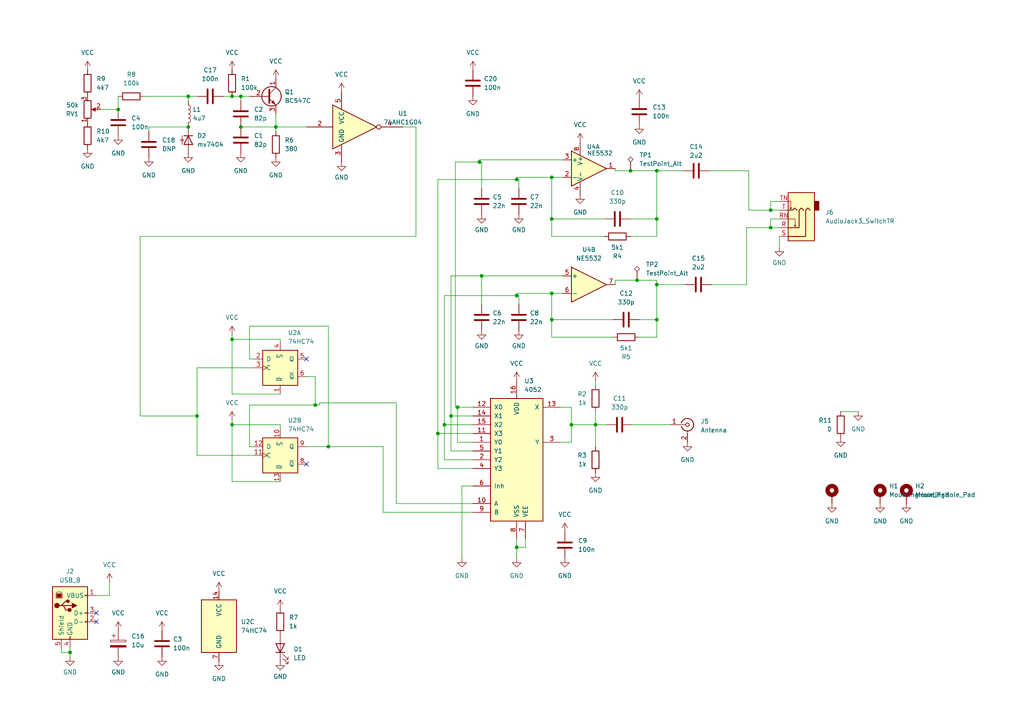
<source format=kicad_sch>
(kicad_sch (version 20230121) (generator eeschema)
  (paper "A4")
  (lib_symbols
    (symbol "4xxx:4052" (pin_names (offset 1.016))
      (property "Reference" "U" (at -7.62 19.05 0))
      (property "Value" "4052" (at -7.62 -19.05 0))
      (symbol "4052_1_0"
        (pin passive line (at -12.7 5.08 0) (length 5.08) (name "Y0") (number "1"))
        (pin input line (at -12.7 -12.7 0) (length 5.08) (name "A") (number "10"))
        (pin passive line (at -12.7 7.62 0) (length 5.08) (name "X3") (number "11"))
        (pin passive line (at -12.7 15.24 0) (length 5.08) (name "X0") (number "12"))
        (pin passive line (at 12.7 15.24 180) (length 5.08) (name "X") (number "13"))
        (pin passive line (at -12.7 12.7 0) (length 5.08) (name "X1") (number "14"))
        (pin passive line (at -12.7 10.16 0) (length 5.08) (name "X2") (number "15"))
        (pin power_in line (at 0 22.86 270) (length 5.08) (name "VDD") (number "16"))
        (pin passive line (at -12.7 0 0) (length 5.08) (name "Y2") (number "2"))
        (pin passive line (at 12.7 5.08 180) (length 5.08) (name "Y") (number "3"))
        (pin passive line (at -12.7 -2.54 0) (length 5.08) (name "Y3") (number "4"))
        (pin passive line (at -12.7 2.54 0) (length 5.08) (name "Y1") (number "5"))
        (pin input line (at -12.7 -7.62 0) (length 5.08) (name "Inh") (number "6"))
        (pin power_in line (at 2.54 -22.86 90) (length 5.08) (name "VEE") (number "7"))
        (pin power_in line (at 0 -22.86 90) (length 5.08) (name "VSS") (number "8"))
        (pin input line (at -12.7 -15.24 0) (length 5.08) (name "B") (number "9"))
      )
      (symbol "4052_1_1"
        (rectangle (start -7.62 17.78) (end 7.62 -17.78) (stroke (width 0.254)) (fill (type background)))
      )
    )
    (symbol "74xGxx:74AHC1G04"
      (property "Reference" "U" (at -2.54 3.81 0))
      (property "Value" "74AHC1G04" (at 0 -3.81 0))
      (symbol "74AHC1G04_0_1"
        (polyline (pts (xy -7.62 6.35) (xy -7.62 -6.35) (xy 5.08 0) (xy -7.62 6.35)) (stroke (width 0.254)) (fill (type background)))
      )
      (symbol "74AHC1G04_1_1"
        (pin input line (at -15.24 0 0) (length 7.62) (name "~") (number "2"))
        (pin power_in line (at -5.08 -10.16 90) (length 5.08) (name "GND") (number "3"))
        (pin output inverted (at 12.7 0 180) (length 7.62) (name "~") (number "4"))
        (pin power_in line (at -5.08 10.16 270) (length 5.08) (name "VCC") (number "5"))
      )
    )
    (symbol "74xx:74HC74" (pin_names (offset 1.016))
      (property "Reference" "U" (at -7.62 8.89 0))
      (property "Value" "74HC74" (at -7.62 -8.89 0))
      (symbol "74HC74_1_0"
        (pin input line (at 0 -7.62 90) (length 2.54) (name "~{R}") (number "1"))
        (pin input line (at -7.62 2.54 0) (length 2.54) (name "D") (number "2"))
        (pin input clock (at -7.62 0 0) (length 2.54) (name "C") (number "3"))
        (pin input line (at 0 7.62 270) (length 2.54) (name "~{S}") (number "4"))
        (pin output line (at 7.62 2.54 180) (length 2.54) (name "Q") (number "5"))
        (pin output line (at 7.62 -2.54 180) (length 2.54) (name "~{Q}") (number "6"))
      )
      (symbol "74HC74_1_1"
        (rectangle (start -5.08 5.08) (end 5.08 -5.08) (stroke (width 0.254)) (fill (type background)))
      )
      (symbol "74HC74_2_0"
        (pin input line (at 0 7.62 270) (length 2.54) (name "~{S}") (number "10"))
        (pin input clock (at -7.62 0 0) (length 2.54) (name "C") (number "11"))
        (pin input line (at -7.62 2.54 0) (length 2.54) (name "D") (number "12"))
        (pin input line (at 0 -7.62 90) (length 2.54) (name "~{R}") (number "13"))
        (pin output line (at 7.62 -2.54 180) (length 2.54) (name "~{Q}") (number "8"))
        (pin output line (at 7.62 2.54 180) (length 2.54) (name "Q") (number "9"))
      )
      (symbol "74HC74_2_1"
        (rectangle (start -5.08 5.08) (end 5.08 -5.08) (stroke (width 0.254)) (fill (type background)))
      )
      (symbol "74HC74_3_0"
        (pin power_in line (at 0 10.16 270) (length 2.54) (name "VCC") (number "14"))
        (pin power_in line (at 0 -10.16 90) (length 2.54) (name "GND") (number "7"))
      )
      (symbol "74HC74_3_1"
        (rectangle (start -5.08 7.62) (end 5.08 -7.62) (stroke (width 0.254)) (fill (type background)))
      )
    )
    (symbol "Amplifier_Operational:NE5532" (pin_names (offset 0.127))
      (property "Reference" "U" (at 0 5.08 0))
      (property "Value" "NE5532" (at 0 -5.08 0))
      (symbol "NE5532_1_1"
        (polyline (pts (xy -5.08 5.08) (xy 5.08 0) (xy -5.08 -5.08) (xy -5.08 5.08)) (stroke (width 0.254)) (fill (type background)))
        (pin output line (at 7.62 0 180) (length 2.54) (name "~") (number "1"))
        (pin input line (at -7.62 -2.54 0) (length 2.54) (name "-") (number "2"))
        (pin input line (at -7.62 2.54 0) (length 2.54) (name "+") (number "3"))
      )
      (symbol "NE5532_2_1"
        (polyline (pts (xy -5.08 5.08) (xy 5.08 0) (xy -5.08 -5.08) (xy -5.08 5.08)) (stroke (width 0.254)) (fill (type background)))
        (pin input line (at -7.62 2.54 0) (length 2.54) (name "+") (number "5"))
        (pin input line (at -7.62 -2.54 0) (length 2.54) (name "-") (number "6"))
        (pin output line (at 7.62 0 180) (length 2.54) (name "~") (number "7"))
      )
      (symbol "NE5532_3_1"
        (pin power_in line (at -2.54 -7.62 90) (length 3.81) (name "V-") (number "4"))
        (pin power_in line (at -2.54 7.62 270) (length 3.81) (name "V+") (number "8"))
      )
    )
    (symbol "Connector:Conn_Coaxial" (pin_names (offset 1.016) hide)
      (property "Reference" "J" (at 0.254 3.048 0))
      (property "Value" "Conn_Coaxial" (at 2.921 0 90))
      (symbol "Conn_Coaxial_0_1"
        (arc (start -1.778 -0.508) (mid 0.2311 -1.8066) (end 1.778 0) (stroke (width 0.254)))
        (polyline (pts (xy -2.54 0) (xy -0.508 0)))
        (polyline (pts (xy 0 -2.54) (xy 0 -1.778)))
        (circle (center 0 0) (radius 0.508) (stroke (width 0.2032)))
        (arc (start 1.778 0) (mid 0.2099 1.8101) (end -1.778 0.508) (stroke (width 0.254)))
      )
      (symbol "Conn_Coaxial_1_1"
        (pin passive line (at -5.08 0 0) (length 2.54) (name "In") (number "1"))
        (pin passive line (at 0 -5.08 90) (length 2.54) (name "Ext") (number "2"))
      )
    )
    (symbol "Connector:TestPoint_Alt" (pin_numbers hide) (pin_names (offset 0.762) hide)
      (property "Reference" "TP" (at 0 6.858 0))
      (property "Value" "TestPoint_Alt" (at 0 5.08 0))
      (symbol "TestPoint_Alt_0_1"
        (polyline (pts (xy 0 2.54) (xy -0.762 3.302) (xy 0 4.064) (xy 0.762 3.302) (xy 0 2.54)))
      )
      (symbol "TestPoint_Alt_1_1"
        (pin passive line (at 0 0 90) (length 2.54) (name "1") (number "1"))
      )
    )
    (symbol "Connector:USB_B" (pin_names (offset 1.016))
      (property "Reference" "J" (at -5.08 11.43 0))
      (property "Value" "USB_B" (at -5.08 8.89 0))
      (symbol "USB_B_0_1"
        (rectangle (start -5.08 -7.62) (end 5.08 7.62) (stroke (width 0.254)) (fill (type background)))
        (circle (center -3.81 2.159) (radius 0.635) (stroke (width 0.254)) (fill (type outline)))
        (rectangle (start -3.81 5.588) (end -2.54 4.572) (fill (type outline)))
        (circle (center -0.635 3.429) (radius 0.381) (stroke (width 0.254)) (fill (type outline)))
        (rectangle (start -0.127 -7.62) (end 0.127 -6.858))
        (polyline (pts (xy -1.905 2.159) (xy 0.635 2.159)) (stroke (width 0.254)))
        (polyline (pts (xy -3.175 2.159) (xy -2.54 2.159) (xy -1.27 3.429) (xy -0.635 3.429)) (stroke (width 0.254)))
        (polyline (pts (xy -2.54 2.159) (xy -1.905 2.159) (xy -1.27 0.889) (xy 0 0.889)) (stroke (width 0.254)))
        (polyline (pts (xy 0.635 2.794) (xy 0.635 1.524) (xy 1.905 2.159) (xy 0.635 2.794)) (stroke (width 0.254)) (fill (type outline)))
        (polyline (pts (xy -4.064 4.318) (xy -2.286 4.318) (xy -2.286 5.715) (xy -2.667 6.096) (xy -3.683 6.096) (xy -4.064 5.715) (xy -4.064 4.318)))
        (rectangle (start 0.254 1.27) (end -0.508 0.508) (stroke (width 0.254)) (fill (type outline)))
        (rectangle (start 5.08 -2.667) (end 4.318 -2.413))
        (rectangle (start 5.08 -0.127) (end 4.318 0.127))
        (rectangle (start 5.08 4.953) (end 4.318 5.207))
      )
      (symbol "USB_B_1_1"
        (pin power_out line (at 7.62 5.08 180) (length 2.54) (name "VBUS") (number "1"))
        (pin bidirectional line (at 7.62 -2.54 180) (length 2.54) (name "D-") (number "2"))
        (pin bidirectional line (at 7.62 0 180) (length 2.54) (name "D+") (number "3"))
        (pin power_out line (at 0 -10.16 90) (length 2.54) (name "GND") (number "4"))
        (pin passive line (at -2.54 -10.16 90) (length 2.54) (name "Shield") (number "5"))
      )
    )
    (symbol "Connector_Audio:AudioJack3_SwitchTR"
      (property "Reference" "J" (at 0 8.89 0))
      (property "Value" "AudioJack3_SwitchTR" (at 0 6.35 0))
      (symbol "AudioJack3_SwitchTR_0_1"
        (rectangle (start -5.08 -5.08) (end -6.35 -7.62) (stroke (width 0.254)) (fill (type outline)))
        (polyline (pts (xy 0.508 -0.254) (xy 0.762 -0.762)))
        (polyline (pts (xy 1.778 -5.334) (xy 2.032 -5.842)))
        (polyline (pts (xy 0 -5.08) (xy 0.635 -5.715) (xy 1.27 -5.08) (xy 2.54 -5.08)) (stroke (width 0.254)))
        (polyline (pts (xy 2.54 -7.62) (xy 1.778 -7.62) (xy 1.778 -5.334) (xy 1.524 -5.842)))
        (polyline (pts (xy 2.54 -2.54) (xy 0.508 -2.54) (xy 0.508 -0.254) (xy 0.254 -0.762)))
        (polyline (pts (xy -1.905 -5.08) (xy -1.27 -5.715) (xy -0.635 -5.08) (xy -0.635 0) (xy 2.54 0)) (stroke (width 0.254)))
        (polyline (pts (xy 2.54 2.54) (xy -2.54 2.54) (xy -2.54 -5.08) (xy -3.175 -5.715) (xy -3.81 -5.08)) (stroke (width 0.254)))
        (rectangle (start 2.54 3.81) (end -5.08 -10.16) (stroke (width 0.254)) (fill (type background)))
      )
      (symbol "AudioJack3_SwitchTR_1_1"
        (pin passive line (at 5.08 0 180) (length 2.54) (name "~") (number "R"))
        (pin passive line (at 5.08 -2.54 180) (length 2.54) (name "~") (number "RN"))
        (pin passive line (at 5.08 2.54 180) (length 2.54) (name "~") (number "S"))
        (pin passive line (at 5.08 -5.08 180) (length 2.54) (name "~") (number "T"))
        (pin passive line (at 5.08 -7.62 180) (length 2.54) (name "~") (number "TN"))
      )
    )
    (symbol "Device:C" (pin_numbers hide) (pin_names (offset 0.254))
      (property "Reference" "C" (at 0.635 2.54 0))
      (property "Value" "C" (at 0.635 -2.54 0))
      (symbol "C_0_1"
        (polyline (pts (xy -2.032 -0.762) (xy 2.032 -0.762)) (stroke (width 0.508)))
        (polyline (pts (xy -2.032 0.762) (xy 2.032 0.762)) (stroke (width 0.508)))
      )
      (symbol "C_1_1"
        (pin passive line (at 0 3.81 270) (length 2.794) (name "~") (number "1"))
        (pin passive line (at 0 -3.81 90) (length 2.794) (name "~") (number "2"))
      )
    )
    (symbol "Device:C_Polarized" (pin_numbers hide) (pin_names (offset 0.254))
      (property "Reference" "C" (at 0.635 2.54 0))
      (property "Value" "C_Polarized" (at 0.635 -2.54 0))
      (symbol "C_Polarized_0_1"
        (rectangle (start -2.286 0.508) (end 2.286 1.016))
        (polyline (pts (xy -1.778 2.286) (xy -0.762 2.286)))
        (polyline (pts (xy -1.27 2.794) (xy -1.27 1.778)))
        (rectangle (start 2.286 -0.508) (end -2.286 -1.016) (fill (type outline)))
      )
      (symbol "C_Polarized_1_1"
        (pin passive line (at 0 3.81 270) (length 2.794) (name "~") (number "1"))
        (pin passive line (at 0 -3.81 90) (length 2.794) (name "~") (number "2"))
      )
    )
    (symbol "Device:D_Capacitance" (pin_numbers hide) (pin_names (offset 1.016) hide)
      (property "Reference" "D2" (at -1.27 2.54 90))
      (property "Value" "mv7404" (at 1.27 2.54 90))
      (symbol "D_Capacitance_0_1"
        (polyline (pts (xy -1.27 -1.778) (xy -0.1524 -1.778)))
        (polyline (pts (xy -1.27 0) (xy 1.27 0)))
        (polyline (pts (xy -1.27 1.27) (xy -1.27 -1.27)) (stroke (width 0.254)))
        (polyline (pts (xy -0.1524 -1.27) (xy -0.1524 -2.286)))
        (polyline (pts (xy 0.1524 -1.778) (xy 1.27 -1.778)))
        (polyline (pts (xy 0.1524 -1.27) (xy 0.1524 -2.286)))
        (polyline (pts (xy 1.27 1.27) (xy 1.27 -1.27) (xy -1.27 0) (xy 1.27 1.27)) (stroke (width 0.254)))
      )
      (symbol "D_Capacitance_1_1"
        (pin passive line (at 3.81 0 180) (length 2.54) (name "A") (number "1"))
        (pin passive line (at -3.81 0 0) (length 2.54) (name "K") (number "2"))
      )
    )
    (symbol "Device:L" (pin_numbers hide) (pin_names (offset 1.016) hide)
      (property "Reference" "L" (at -1.27 0 90))
      (property "Value" "L" (at 1.905 0 90))
      (symbol "L_0_1"
        (arc (start 0 -2.54) (mid 0.6323 -1.905) (end 0 -1.27))
        (arc (start 0 -1.27) (mid 0.6323 -0.635) (end 0 0))
        (arc (start 0 0) (mid 0.6323 0.635) (end 0 1.27))
        (arc (start 0 1.27) (mid 0.6323 1.905) (end 0 2.54))
      )
      (symbol "L_1_1"
        (pin passive line (at 0 3.81 270) (length 1.27) (name "1") (number "1"))
        (pin passive line (at 0 -3.81 90) (length 1.27) (name "2") (number "2"))
      )
    )
    (symbol "Device:LED" (pin_numbers hide) (pin_names (offset 1.016) hide)
      (property "Reference" "D" (at 0 2.54 0))
      (property "Value" "LED" (at 0 -2.54 0))
      (symbol "LED_0_1"
        (polyline (pts (xy -1.27 -1.27) (xy -1.27 1.27)) (stroke (width 0.254)))
        (polyline (pts (xy -1.27 0) (xy 1.27 0)))
        (polyline (pts (xy 1.27 -1.27) (xy 1.27 1.27) (xy -1.27 0) (xy 1.27 -1.27)) (stroke (width 0.254)))
        (polyline (pts (xy -3.048 -0.762) (xy -4.572 -2.286) (xy -3.81 -2.286) (xy -4.572 -2.286) (xy -4.572 -1.524)))
        (polyline (pts (xy -1.778 -0.762) (xy -3.302 -2.286) (xy -2.54 -2.286) (xy -3.302 -2.286) (xy -3.302 -1.524)))
      )
      (symbol "LED_1_1"
        (pin passive line (at -3.81 0 0) (length 2.54) (name "K") (number "1"))
        (pin passive line (at 3.81 0 180) (length 2.54) (name "A") (number "2"))
      )
    )
    (symbol "Device:R" (pin_numbers hide) (pin_names (offset 0))
      (property "Reference" "R" (at 2.032 0 90))
      (property "Value" "R" (at 0 0 90))
      (symbol "R_0_1"
        (rectangle (start -1.016 -2.54) (end 1.016 2.54) (stroke (width 0.254)))
      )
      (symbol "R_1_1"
        (pin passive line (at 0 3.81 270) (length 1.27) (name "~") (number "1"))
        (pin passive line (at 0 -3.81 90) (length 1.27) (name "~") (number "2"))
      )
    )
    (symbol "Device:R_Potentiometer" (pin_names (offset 1.016) hide)
      (property "Reference" "RV" (at -4.445 0 90))
      (property "Value" "R_Potentiometer" (at -2.54 0 90))
      (symbol "R_Potentiometer_0_1"
        (polyline (pts (xy 2.54 0) (xy 1.524 0)))
        (polyline (pts (xy 1.143 0) (xy 2.286 0.508) (xy 2.286 -0.508) (xy 1.143 0)) (fill (type outline)))
        (rectangle (start 1.016 2.54) (end -1.016 -2.54) (stroke (width 0.254)))
      )
      (symbol "R_Potentiometer_1_1"
        (pin passive line (at 0 3.81 270) (length 1.27) (name "1") (number "1"))
        (pin passive line (at 3.81 0 180) (length 1.27) (name "2") (number "2"))
        (pin passive line (at 0 -3.81 90) (length 1.27) (name "3") (number "3"))
      )
    )
    (symbol "Mechanical:MountingHole_Pad" (pin_numbers hide) (pin_names (offset 1.016) hide)
      (property "Reference" "H" (at 0 6.35 0))
      (property "Value" "MountingHole_Pad" (at 0 4.445 0))
      (symbol "MountingHole_Pad_0_1"
        (circle (center 0 1.27) (radius 1.27) (stroke (width 1.27)))
      )
      (symbol "MountingHole_Pad_1_1"
        (pin input line (at 0 -2.54 90) (length 2.54) (name "1") (number "1"))
      )
    )
    (symbol "Transistor_BJT:BC547" (pin_names (offset 0) hide)
      (property "Reference" "Q" (at 5.08 1.905 0))
      (property "Value" "BC547" (at 5.08 0 0))
      (symbol "BC547_0_1"
        (polyline (pts (xy 0 0) (xy 0.635 0)))
        (polyline (pts (xy 0.635 0.635) (xy 2.54 2.54)))
        (polyline (pts (xy 0.635 -0.635) (xy 2.54 -2.54) (xy 2.54 -2.54)))
        (polyline (pts (xy 0.635 1.905) (xy 0.635 -1.905) (xy 0.635 -1.905)) (stroke (width 0.508)))
        (polyline (pts (xy 1.27 -1.778) (xy 1.778 -1.27) (xy 2.286 -2.286) (xy 1.27 -1.778) (xy 1.27 -1.778)) (fill (type outline)))
        (circle (center 1.27 0) (radius 2.8194) (stroke (width 0.254)))
      )
      (symbol "BC547_1_1"
        (pin passive line (at 2.54 5.08 270) (length 2.54) (name "C") (number "1"))
        (pin input line (at -5.08 0 0) (length 5.08) (name "B") (number "2"))
        (pin passive line (at 2.54 -5.08 90) (length 2.54) (name "E") (number "3"))
      )
    )
    (symbol "power:GND" (power) (pin_names (offset 0))
      (property "Value" "GND" (at 0 -3.81 0))
      (symbol "GND_0_1"
        (polyline (pts (xy 0 0) (xy 0 -1.27) (xy 1.27 -1.27) (xy 0 -2.54) (xy -1.27 -1.27) (xy 0 -1.27)))
      )
      (symbol "GND_1_1"
        (pin power_in line (at 0 0 270) (length 0) hide (name "GND") (number "1"))
      )
    )
    (symbol "power:VCC" (power) (pin_names (offset 0))
      (property "Value" "VCC" (at 0 3.81 0))
      (symbol "VCC_0_1"
        (polyline (pts (xy -0.762 1.27) (xy 0 2.54)))
        (polyline (pts (xy 0 0) (xy 0 2.54)))
        (polyline (pts (xy 0 2.54) (xy 0.762 1.27)))
      )
      (symbol "VCC_1_1"
        (pin power_in line (at 0 0 90) (length 0) hide (name "VCC") (number "1"))
      )
    )
  )
  (junction (at 67.31 123.19))
  (junction (at 80.01 36.83))
  (junction (at 184.785 81.28))
  (junction (at 182.88 49.53))
  (junction (at 165.735 123.19))
  (junction (at 139.7 80.01))
  (junction (at 69.85 27.94))
  (junction (at 190.5 49.53))
  (junction (at 190.5 92.71))
  (junction (at 223.52 60.96))
  (junction (at 160.02 92.71))
  (junction (at 160.02 85.09))
  (junction (at 20.32 189.23))
  (junction (at 149.86 85.725))
  (junction (at 139.065 46.99))
  (junction (at 149.86 52.07))
  (junction (at 128.905 123.19))
  (junction (at 69.85 36.83))
  (junction (at 160.02 51.435))
  (junction (at 160.02 63.5))
  (junction (at 130.81 120.65))
  (junction (at 67.31 98.425))
  (junction (at 127 125.73))
  (junction (at 54.61 27.94))
  (junction (at 223.52 66.04))
  (junction (at 190.5 63.5))
  (junction (at 149.86 158.75))
  (junction (at 57.15 120.65))
  (junction (at 54.61 36.83))
  (junction (at 91.44 117.475))
  (junction (at 172.72 123.19))
  (junction (at 190.5 82.55))
  (junction (at 67.31 27.94))
  (junction (at 95.25 129.54))
  (junction (at 34.29 31.75))
  (junction (at 132.715 118.11))
  (no_connect (at 88.9 104.14))
  (no_connect (at 88.9 134.62))
  (no_connect (at 27.94 180.34))
  (no_connect (at 27.94 177.8))
  (wire (pts (xy 132.715 118.11) (xy 137.16 118.11)))
  (wire (pts (xy 41.91 27.94) (xy 54.61 27.94)))
  (wire (pts (xy 165.735 118.11) (xy 165.735 123.19)))
  (wire (pts (xy 190.5 63.5) (xy 190.5 49.53)))
  (wire (pts (xy 31.75 168.91) (xy 31.75 172.72)))
  (wire (pts (xy 243.84 119.38) (xy 248.92 119.38)))
  (wire (pts (xy 128.905 123.19) (xy 137.16 123.19)))
  (wire (pts (xy 81.28 124.46) (xy 81.28 123.19)))
  (wire (pts (xy 137.16 125.73) (xy 127 125.73)))
  (wire (pts (xy 43.18 36.83) (xy 54.61 36.83)))
  (wire (pts (xy 81.28 99.06) (xy 81.28 98.425)))
  (wire (pts (xy 184.785 81.28) (xy 190.5 81.28)))
  (wire (pts (xy 133.985 140.97) (xy 133.985 161.925)))
  (wire (pts (xy 95.25 94.615) (xy 95.25 129.54)))
  (wire (pts (xy 205.74 49.53) (xy 217.17 49.53)))
  (wire (pts (xy 91.44 117.475) (xy 72.39 117.475)))
  (wire (pts (xy 149.86 52.07) (xy 149.86 51.435)))
  (wire (pts (xy 20.32 189.23) (xy 20.32 190.5)))
  (wire (pts (xy 120.65 36.83) (xy 120.65 68.58)))
  (wire (pts (xy 139.7 80.01) (xy 163.195 80.01)))
  (wire (pts (xy 69.85 36.83) (xy 80.01 36.83)))
  (wire (pts (xy 128.905 85.725) (xy 149.86 85.725)))
  (wire (pts (xy 130.81 80.01) (xy 139.7 80.01)))
  (wire (pts (xy 165.735 123.19) (xy 165.735 128.27)))
  (wire (pts (xy 137.16 128.27) (xy 132.715 128.27)))
  (wire (pts (xy 34.29 31.75) (xy 34.29 27.94)))
  (wire (pts (xy 216.535 66.04) (xy 223.52 66.04)))
  (wire (pts (xy 160.02 63.5) (xy 160.02 68.58)))
  (wire (pts (xy 72.39 129.54) (xy 73.66 129.54)))
  (wire (pts (xy 152.4 158.75) (xy 149.86 158.75)))
  (wire (pts (xy 182.88 49.53) (xy 190.5 49.53)))
  (wire (pts (xy 91.44 109.22) (xy 91.44 117.475)))
  (wire (pts (xy 132.715 128.27) (xy 132.715 118.11)))
  (wire (pts (xy 226.06 63.5) (xy 223.52 63.5)))
  (wire (pts (xy 40.64 68.58) (xy 40.64 120.65)))
  (wire (pts (xy 182.88 63.5) (xy 190.5 63.5)))
  (wire (pts (xy 150.495 85.725) (xy 150.495 88.265)))
  (wire (pts (xy 73.66 132.08) (xy 57.15 132.08)))
  (wire (pts (xy 111.125 148.59) (xy 111.125 129.54)))
  (wire (pts (xy 190.5 49.53) (xy 198.12 49.53)))
  (wire (pts (xy 127 52.07) (xy 127 125.73)))
  (wire (pts (xy 177.8 92.71) (xy 160.02 92.71)))
  (wire (pts (xy 69.85 27.94) (xy 69.85 29.21)))
  (wire (pts (xy 67.31 97.155) (xy 67.31 98.425)))
  (wire (pts (xy 137.16 133.35) (xy 128.905 133.35)))
  (wire (pts (xy 149.86 85.725) (xy 150.495 85.725)))
  (wire (pts (xy 149.86 158.75) (xy 149.86 161.925)))
  (wire (pts (xy 137.16 120.65) (xy 130.81 120.65)))
  (wire (pts (xy 17.78 187.96) (xy 17.78 189.23)))
  (wire (pts (xy 165.735 123.19) (xy 172.72 123.19)))
  (wire (pts (xy 182.88 68.58) (xy 190.5 68.58)))
  (wire (pts (xy 69.85 27.94) (xy 72.39 27.94)))
  (wire (pts (xy 216.535 66.04) (xy 216.535 82.55)))
  (wire (pts (xy 81.28 123.19) (xy 67.31 123.19)))
  (wire (pts (xy 67.31 114.3) (xy 67.31 98.425)))
  (wire (pts (xy 130.81 120.65) (xy 130.81 80.01)))
  (wire (pts (xy 149.86 156.21) (xy 149.86 158.75)))
  (wire (pts (xy 120.65 36.83) (xy 116.84 36.83)))
  (wire (pts (xy 185.42 97.79) (xy 190.5 97.79)))
  (wire (pts (xy 137.16 148.59) (xy 111.125 148.59)))
  (wire (pts (xy 92.71 117.475) (xy 91.44 117.475)))
  (wire (pts (xy 172.72 111.76) (xy 172.72 110.49)))
  (wire (pts (xy 127 135.89) (xy 137.16 135.89)))
  (wire (pts (xy 223.52 58.42) (xy 223.52 60.96)))
  (wire (pts (xy 139.7 46.99) (xy 139.7 54.61)))
  (wire (pts (xy 72.39 94.615) (xy 72.39 104.14)))
  (wire (pts (xy 183.515 123.19) (xy 194.31 123.19)))
  (wire (pts (xy 175.26 63.5) (xy 160.02 63.5)))
  (wire (pts (xy 160.02 85.09) (xy 160.02 92.71)))
  (wire (pts (xy 223.52 63.5) (xy 223.52 66.04)))
  (wire (pts (xy 172.72 119.38) (xy 172.72 123.19)))
  (wire (pts (xy 17.78 189.23) (xy 20.32 189.23)))
  (wire (pts (xy 152.4 156.21) (xy 152.4 158.75)))
  (wire (pts (xy 190.5 82.55) (xy 190.5 92.71)))
  (wire (pts (xy 80.01 33.02) (xy 80.01 36.83)))
  (wire (pts (xy 160.02 51.435) (xy 163.195 51.435)))
  (wire (pts (xy 57.15 120.65) (xy 57.15 106.68)))
  (wire (pts (xy 190.5 92.71) (xy 190.5 97.79)))
  (wire (pts (xy 149.86 85.09) (xy 160.02 85.09)))
  (wire (pts (xy 57.15 132.08) (xy 57.15 120.65)))
  (wire (pts (xy 40.64 120.65) (xy 57.15 120.65)))
  (wire (pts (xy 67.31 121.92) (xy 67.31 123.19)))
  (wire (pts (xy 139.065 46.99) (xy 139.065 46.355)))
  (wire (pts (xy 27.94 172.72) (xy 31.75 172.72)))
  (wire (pts (xy 160.02 51.435) (xy 160.02 63.5)))
  (wire (pts (xy 185.42 92.71) (xy 190.5 92.71)))
  (wire (pts (xy 160.02 85.09) (xy 163.195 85.09)))
  (wire (pts (xy 177.8 97.79) (xy 160.02 97.79)))
  (wire (pts (xy 190.5 81.28) (xy 190.5 82.55)))
  (wire (pts (xy 132.08 118.11) (xy 132.715 118.11)))
  (wire (pts (xy 57.15 27.94) (xy 54.61 27.94)))
  (wire (pts (xy 67.31 27.94) (xy 69.85 27.94)))
  (wire (pts (xy 149.86 52.07) (xy 150.495 52.07)))
  (wire (pts (xy 175.26 68.58) (xy 160.02 68.58)))
  (wire (pts (xy 81.28 139.7) (xy 67.31 139.7)))
  (wire (pts (xy 40.64 68.58) (xy 120.65 68.58)))
  (wire (pts (xy 132.08 118.11) (xy 132.08 46.99)))
  (wire (pts (xy 226.06 58.42) (xy 223.52 58.42)))
  (wire (pts (xy 20.32 187.96) (xy 20.32 189.23)))
  (wire (pts (xy 128.905 133.35) (xy 128.905 123.19)))
  (wire (pts (xy 139.065 46.99) (xy 139.7 46.99)))
  (wire (pts (xy 178.435 49.53) (xy 178.435 48.895)))
  (wire (pts (xy 114.935 116.84) (xy 92.71 116.84)))
  (wire (pts (xy 178.435 81.28) (xy 184.785 81.28)))
  (wire (pts (xy 137.16 140.97) (xy 133.985 140.97)))
  (wire (pts (xy 132.08 46.99) (xy 139.065 46.99)))
  (wire (pts (xy 80.01 36.83) (xy 80.01 38.1)))
  (wire (pts (xy 130.81 120.65) (xy 130.81 130.81)))
  (wire (pts (xy 172.72 123.19) (xy 175.895 123.19)))
  (wire (pts (xy 128.905 123.19) (xy 128.905 85.725)))
  (wire (pts (xy 178.435 81.28) (xy 178.435 82.55)))
  (wire (pts (xy 162.56 118.11) (xy 165.735 118.11)))
  (wire (pts (xy 223.52 66.04) (xy 226.06 66.04)))
  (wire (pts (xy 88.9 129.54) (xy 95.25 129.54)))
  (wire (pts (xy 130.81 130.81) (xy 137.16 130.81)))
  (wire (pts (xy 95.25 94.615) (xy 72.39 94.615)))
  (wire (pts (xy 172.72 123.19) (xy 172.72 129.54)))
  (wire (pts (xy 114.935 146.05) (xy 114.935 116.84)))
  (wire (pts (xy 149.86 51.435) (xy 160.02 51.435)))
  (wire (pts (xy 43.18 38.1) (xy 43.18 36.83)))
  (wire (pts (xy 217.17 49.53) (xy 217.17 60.96)))
  (wire (pts (xy 64.77 27.94) (xy 67.31 27.94)))
  (wire (pts (xy 149.86 85.725) (xy 149.86 85.09)))
  (wire (pts (xy 80.01 36.83) (xy 88.9 36.83)))
  (wire (pts (xy 190.5 68.58) (xy 190.5 63.5)))
  (wire (pts (xy 72.39 104.14) (xy 73.66 104.14)))
  (wire (pts (xy 165.735 128.27) (xy 162.56 128.27)))
  (wire (pts (xy 150.495 54.61) (xy 150.495 52.07)))
  (wire (pts (xy 111.125 129.54) (xy 95.25 129.54)))
  (wire (pts (xy 206.375 82.55) (xy 216.535 82.55)))
  (wire (pts (xy 67.31 139.7) (xy 67.31 123.19)))
  (wire (pts (xy 190.5 82.55) (xy 198.755 82.55)))
  (wire (pts (xy 88.9 109.22) (xy 91.44 109.22)))
  (wire (pts (xy 127 52.07) (xy 149.86 52.07)))
  (wire (pts (xy 29.21 31.75) (xy 34.29 31.75)))
  (wire (pts (xy 81.28 114.3) (xy 67.31 114.3)))
  (wire (pts (xy 139.065 46.355) (xy 163.195 46.355)))
  (wire (pts (xy 139.7 80.01) (xy 139.7 88.265)))
  (wire (pts (xy 72.39 117.475) (xy 72.39 129.54)))
  (wire (pts (xy 81.28 98.425) (xy 67.31 98.425)))
  (wire (pts (xy 127 125.73) (xy 127 135.89)))
  (wire (pts (xy 223.52 60.96) (xy 226.06 60.96)))
  (wire (pts (xy 57.15 106.68) (xy 73.66 106.68)))
  (wire (pts (xy 160.02 92.71) (xy 160.02 97.79)))
  (wire (pts (xy 217.17 60.96) (xy 223.52 60.96)))
  (wire (pts (xy 226.06 68.58) (xy 226.06 71.755)))
  (wire (pts (xy 137.16 146.05) (xy 114.935 146.05)))
  (wire (pts (xy 92.71 117.475) (xy 92.71 116.84)))
  (wire (pts (xy 178.435 49.53) (xy 182.88 49.53)))
  (wire (pts (xy 54.61 27.94) (xy 54.61 29.21)))
  (symbol (lib_id "power:GND") (at 34.29 190.5 0) (unit 1)
    (property "Reference" "#PWR045" (effects hide))
    (property "Value" "GND" (at 34.29 194.945 0))
  )
  (symbol (lib_id "Mechanical:MountingHole_Pad") (at 241.3 143.51 0) (unit 1)
    (property "Reference" "H4" (effects hide))
    (property "Value" "MountingHole_Pad" (effects hide))
    (property "Footprint" "MountingHole:MountingHole_3.2mm_M3_Pad" (effects hide))
  )
  (symbol (lib_id "Device:C") (at 60.96 27.94 90) (unit 1)
    (property "Reference" "C17" (at 60.96 20.32 90))
    (property "Value" "100n" (at 60.96 22.86 90))
    (property "Footprint" "Capacitor_SMD:C_0805_2012Metric_Pad1.18x1.45mm_HandSolder" (effects hide))
  )
  (symbol (lib_id "Device:C") (at 69.85 33.02 0) (unit 1)
    (property "Reference" "C2" (at 73.66 31.75 0) (effects (justify left)))
    (property "Value" "82p" (at 73.66 34.29 0) (effects (justify left)))
    (property "Footprint" "Capacitor_SMD:C_0805_2012Metric_Pad1.18x1.45mm_HandSolder" (effects hide))
  )
  (symbol (lib_id "Device:D_Capacitance") (at 54.61 40.64 270) (unit 1)
    (property "Reference" "D2" (at 57.15 39.37 90) (effects (justify left)))
    (property "Value" "mv7404" (at 57.15 41.91 90) (effects (justify left)))
    (property "Footprint" "Package_TO_SOT_SMD:SOT-223-3_TabPin2" (effects hide))
  )
  (symbol (lib_id "power:VCC") (at 25.4 20.32 0) (unit 1)
    (property "Reference" "#PWR09" (effects hide))
    (property "Value" "VCC" (at 25.4 15.24 0))
  )
  (symbol (lib_id "Device:C") (at 139.7 92.075 0) (unit 1)
    (property "Reference" "C6" (at 142.875 90.805 0) (effects (justify left)))
    (property "Value" "22n" (at 142.875 93.345 0) (effects (justify left)))
    (property "Footprint" "Capacitor_THT:C_Disc_D3.0mm_W1.6mm_P2.50mm" (effects hide))
  )
  (symbol (lib_id "power:GND") (at 163.83 161.925 0) (unit 1)
    (property "Reference" "#PWR027" (effects hide))
    (property "Value" "GND" (at 163.83 167.005 0))
  )
  (symbol (lib_id "power:VCC") (at 99.06 26.67 0) (unit 1)
    (property "Reference" "#PWR037" (effects hide))
    (property "Value" "VCC" (at 99.06 21.59 0))
  )
  (symbol (lib_id "power:GND") (at 69.85 44.45 0) (unit 1)
    (property "Reference" "#PWR018" (effects hide))
    (property "Value" "GND" (at 69.85 49.53 0))
  )
  (symbol (lib_id "power:GND") (at 243.84 127 0) (unit 1)
    (property "Reference" "#PWR040" (effects hide))
    (property "Value" "GND" (at 243.84 132.08 0))
  )
  (symbol (lib_id "Device:C") (at 150.495 92.075 0) (unit 1)
    (property "Reference" "C8" (at 153.67 90.805 0) (effects (justify left)))
    (property "Value" "22n" (at 153.67 93.345 0) (effects (justify left)))
    (property "Footprint" "Capacitor_THT:C_Disc_D3.0mm_W1.6mm_P2.50mm" (effects hide))
  )
  (symbol (lib_id "Connector:TestPoint_Alt") (at 182.88 49.53 0) (unit 1)
    (property "Reference" "TP1" (at 185.42 44.958 0) (effects (justify left)))
    (property "Value" "TestPoint_Alt" (at 185.42 47.498 0) (effects (justify left)))
    (property "Footprint" "Connector_PinSocket_2.54mm:PinSocket_1x01_P2.54mm_Vertical" (effects hide))
  )
  (symbol (lib_id "Device:C") (at 34.29 35.56 0) (unit 1)
    (property "Reference" "C4" (at 38.1 34.29 0) (effects (justify left)))
    (property "Value" "100n" (at 38.1 36.83 0) (effects (justify left)))
    (property "Footprint" "Capacitor_SMD:C_0805_2012Metric_Pad1.18x1.45mm_HandSolder" (effects hide))
  )
  (symbol (lib_id "power:VCC") (at 31.75 168.91 0) (unit 1)
    (property "Reference" "#PWR06" (effects hide))
    (property "Value" "VCC" (at 31.75 163.83 0))
  )
  (symbol (lib_id "Device:C") (at 137.16 24.13 0) (unit 1)
    (property "Reference" "C20" (at 140.335 22.86 0) (effects (justify left)))
    (property "Value" "100n" (at 140.335 25.4 0) (effects (justify left)))
    (property "Footprint" "Capacitor_THT:C_Disc_D3.0mm_W1.6mm_P2.50mm" (effects hide))
  )
  (symbol (lib_id "Device:R") (at 25.4 24.13 0) (unit 1)
    (property "Reference" "R9" (at 27.94 22.86 0) (effects (justify left)))
    (property "Value" "4k7" (at 27.94 25.4 0) (effects (justify left)))
    (property "Footprint" "Resistor_SMD:R_0805_2012Metric_Pad1.20x1.40mm_HandSolder" (effects hide))
  )
  (symbol (lib_id "Device:C") (at 179.07 63.5 90) (mirror x) (unit 1)
    (property "Reference" "C10" (at 179.07 55.88 90))
    (property "Value" "330p" (at 179.07 58.42 90))
    (property "Footprint" "Capacitor_THT:C_Disc_D3.0mm_W1.6mm_P2.50mm" (effects hide))
  )
  (symbol (lib_id "power:GND") (at 150.495 62.23 0) (unit 1)
    (property "Reference" "#PWR024" (effects hide))
    (property "Value" "GND" (at 150.495 66.675 0))
  )
  (symbol (lib_id "74xx:74HC74") (at 81.28 106.68 0) (unit 1)
    (property "Reference" "U2" (at 83.4741 96.52 0) (effects (justify left)))
    (property "Value" "74HC74" (at 83.4741 99.06 0) (effects (justify left)))
    (property "Footprint" "Package_DIP:DIP-14_W7.62mm_Socket_LongPads" (effects hide))
    (property "Datasheet" "74xx/74hc_hct74.pdf" (effects hide))
  )
  (symbol (lib_id "Device:R") (at 181.61 97.79 270) (unit 1)
    (property "Reference" "R5" (at 181.61 103.505 90))
    (property "Value" "5k1" (at 181.61 100.965 90))
    (property "Footprint" "Resistor_THT:R_Axial_DIN0204_L3.6mm_D1.6mm_P5.08mm_Horizontal" (effects hide))
  )
  (symbol (lib_id "power:GND") (at 54.61 44.45 0) (unit 1)
    (property "Reference" "#PWR07" (effects hide))
    (property "Value" "GND" (at 54.61 49.53 0))
  )
  (symbol (lib_id "power:GND") (at 43.18 45.72 0) (unit 1)
    (property "Reference" "#PWR017" (effects hide))
    (property "Value" "GND" (at 43.18 50.8 0))
  )
  (symbol (lib_id "Device:R") (at 172.72 133.35 0) (mirror y) (unit 1)
    (property "Reference" "R3" (at 170.18 132.08 0) (effects (justify left)))
    (property "Value" "1k" (at 170.18 134.62 0) (effects (justify left)))
    (property "Footprint" "Resistor_THT:R_Axial_DIN0204_L3.6mm_D1.6mm_P5.08mm_Horizontal" (effects hide))
  )
  (symbol (lib_id "power:VCC") (at 67.31 20.32 0) (unit 1)
    (property "Reference" "#PWR03" (effects hide))
    (property "Value" "VCC" (at 67.31 15.24 0))
  )
  (symbol (lib_id "power:GND") (at 139.7 62.23 0) (unit 1)
    (property "Reference" "#PWR020" (effects hide))
    (property "Value" "GND" (at 139.7 66.675 0))
  )
  (symbol (lib_id "power:GND") (at 137.16 27.94 0) (unit 1)
    (property "Reference" "#PWR042" (effects hide))
    (property "Value" "GND" (at 137.16 33.02 0))
  )
  (symbol (lib_id "power:VCC") (at 67.31 121.92 0) (unit 1)
    (property "Reference" "#PWR014" (effects hide))
    (property "Value" "VCC" (at 67.31 116.84 0))
  )
  (symbol (lib_id "Device:C") (at 201.93 49.53 90) (unit 1)
    (property "Reference" "C14" (at 201.93 42.545 90))
    (property "Value" "2u2" (at 201.93 45.085 90))
    (property "Footprint" "Capacitor_SMD:C_0805_2012Metric_Pad1.18x1.45mm_HandSolder" (effects hide))
  )
  (symbol (lib_id "Device:C") (at 46.99 186.69 0) (unit 1)
    (property "Reference" "C3" (at 50.165 185.42 0) (effects (justify left)))
    (property "Value" "100n" (at 50.165 187.96 0) (effects (justify left)))
    (property "Footprint" "Capacitor_SMD:C_0805_2012Metric_Pad1.18x1.45mm_HandSolder" (effects hide))
  )
  (symbol (lib_id "Device:C") (at 139.7 58.42 0) (unit 1)
    (property "Reference" "C5" (at 142.875 57.15 0) (effects (justify left)))
    (property "Value" "22n" (at 142.875 59.69 0) (effects (justify left)))
    (property "Footprint" "Capacitor_THT:C_Disc_D3.0mm_W1.6mm_P2.50mm" (effects hide))
  )
  (symbol (lib_id "Device:C") (at 181.61 92.71 90) (mirror x) (unit 1)
    (property "Reference" "C12" (at 181.61 85.09 90))
    (property "Value" "330p" (at 181.61 87.63 90))
    (property "Footprint" "Capacitor_THT:C_Disc_D3.0mm_W1.6mm_P2.50mm" (effects hide))
  )
  (symbol (lib_id "Amplifier_Operational:NE5532") (at 170.815 48.895 0) (unit 3)
    (property "Reference" "U4" (effects hide))
    (property "Value" "NE5532" (effects hide))
    (property "Footprint" "Package_DIP:DIP-8_W7.62mm_Socket_LongPads" (effects hide))
    (property "Datasheet" "http://www.ti.com/lit/ds/symlink/ne5532.pdf" (effects hide))
  )
  (symbol (lib_id "Transistor_BJT:BC547") (at 77.47 27.94 0) (unit 1)
    (property "Reference" "Q1" (at 82.55 26.67 0) (effects (justify left)))
    (property "Value" "BC547C" (at 82.55 29.21 0) (effects (justify left)))
    (property "Footprint" "Package_TO_SOT_THT:TO-92_Inline_Wide" (effects hide))
    (property "Datasheet" "https://www.onsemi.com/pub/Collateral/BC550-D.pdf" (effects hide))
  )
  (symbol (lib_id "power:GND") (at 80.01 45.72 0) (unit 1)
    (property "Reference" "#PWR036" (effects hide))
    (property "Value" "GND" (at 80.01 50.8 0))
  )
  (symbol (lib_id "power:VCC") (at 63.5 171.45 0) (unit 1)
    (property "Reference" "#PWR015" (effects hide))
    (property "Value" "VCC" (at 63.5 166.37 0))
  )
  (symbol (lib_id "Device:R") (at 80.01 41.91 0) (unit 1)
    (property "Reference" "R6" (at 82.55 40.64 0) (effects (justify left)))
    (property "Value" "380" (at 82.55 43.18 0) (effects (justify left)))
    (property "Footprint" "Resistor_THT:R_Axial_DIN0204_L3.6mm_D1.6mm_P5.08mm_Horizontal" (effects hide))
  )
  (symbol (lib_id "power:GND") (at 172.72 137.16 0) (unit 1)
    (property "Reference" "#PWR031" (effects hide))
    (property "Value" "GND" (at 172.72 142.24 0))
  )
  (symbol (lib_id "74xx:74HC74") (at 81.28 132.08 0) (unit 2)
    (property "Reference" "U2" (at 83.4741 121.92 0) (effects (justify left)))
    (property "Value" "74HC74" (at 83.4741 124.46 0) (effects (justify left)))
    (property "Footprint" "Package_DIP:DIP-14_W7.62mm_Socket_LongPads" (effects hide))
    (property "Datasheet" "74xx/74hc_hct74.pdf" (effects hide))
  )
  (symbol (lib_id "Device:C") (at 179.705 123.19 90) (unit 1)
    (property "Reference" "C11" (at 179.705 115.57 90))
    (property "Value" "330p" (at 179.705 118.11 90))
    (property "Footprint" "Capacitor_THT:C_Disc_D3.0mm_W1.6mm_P2.50mm" (effects hide))
  )
  (symbol (lib_id "Device:C") (at 202.565 82.55 90) (unit 1)
    (property "Reference" "C15" (at 202.565 74.93 90))
    (property "Value" "2u2" (at 202.565 77.47 90))
    (property "Footprint" "Capacitor_SMD:C_0805_2012Metric_Pad1.18x1.45mm_HandSolder" (effects hide))
  )
  (symbol (lib_id "Connector:TestPoint_Alt") (at 184.785 81.28 0) (unit 1)
    (property "Reference" "TP2" (at 187.325 76.708 0) (effects (justify left)))
    (property "Value" "TestPoint_Alt" (at 187.325 79.248 0) (effects (justify left)))
    (property "Footprint" "Connector_PinSocket_2.54mm:PinSocket_1x01_P2.54mm_Vertical" (effects hide))
  )
  (symbol (lib_id "power:GND") (at 133.985 161.925 0) (unit 1)
    (property "Reference" "#PWR019" (effects hide))
    (property "Value" "GND" (at 133.985 167.005 0))
  )
  (symbol (lib_id "Connector_Audio:AudioJack3_SwitchTR") (at 231.14 66.04 180) (unit 1)
    (property "Reference" "J6" (at 239.395 61.595 0) (effects (justify right)))
    (property "Value" "AudioJack3_SwitchTR" (at 239.395 64.135 0) (effects (justify right)))
    (property "Footprint" "Connector_Audio:Jack_3.5mm_CUI_SJ1-3525N_Horizontal" (effects hide))
  )
  (symbol (lib_id "power:VCC") (at 34.29 182.88 0) (unit 1)
    (property "Reference" "#PWR046" (effects hide))
    (property "Value" "VCC" (at 34.29 177.8 0))
  )
  (symbol (lib_id "power:VCC") (at 185.42 28.575 0) (unit 1)
    (property "Reference" "#PWR032" (effects hide))
    (property "Value" "VCC" (at 185.42 23.495 0))
  )
  (symbol (lib_id "power:GND") (at 34.29 39.37 0) (unit 1)
    (property "Reference" "#PWR012" (effects hide))
    (property "Value" "GND" (at 34.29 44.45 0))
  )
  (symbol (lib_id "74xGxx:74AHC1G04") (at 104.14 36.83 0) (unit 1)
    (property "Reference" "U1" (at 116.84 32.8931 0))
    (property "Value" "74AHC1G04" (at 116.84 35.4331 0))
    (property "Footprint" "Package_TO_SOT_SMD:SOT-23-5_HandSoldering" (effects hide))
    (property "Datasheet" "http://www.ti.com/lit/sg/scyt129e/scyt129e.pdf" (effects hide))
  )
  (symbol (lib_id "Device:C") (at 43.18 41.91 0) (unit 1)
    (property "Reference" "C18" (at 46.99 40.64 0) (effects (justify left)))
    (property "Value" "DNP" (at 46.99 43.18 0) (effects (justify left)))
    (property "Footprint" "Capacitor_SMD:C_0805_2012Metric_Pad1.18x1.45mm_HandSolder" (effects hide))
  )
  (symbol (lib_id "Device:R_Potentiometer") (at 25.4 31.75 0) (mirror x) (unit 1)
    (property "Reference" "RV1" (at 22.86 33.02 0) (effects (justify right)))
    (property "Value" "50k" (at 22.86 30.48 0) (effects (justify right)))
    (property "Footprint" "Potentiometer_THT:Potentiometer_Piher_T-16H_Single_Horizontal" (effects hide))
  )
  (symbol (lib_id "power:GND") (at 99.06 46.99 0) (unit 1)
    (property "Reference" "#PWR04" (effects hide))
    (property "Value" "GND" (at 99.06 51.435 0))
  )
  (symbol (lib_id "Connector:USB_B") (at 20.32 177.8 0) (unit 1)
    (property "Reference" "J2" (at 20.32 165.735 0))
    (property "Value" "USB_B" (at 20.32 168.275 0))
    (property "Footprint" "Connector_USB:USB_B_Lumberg_2411_02_Horizontal" (effects hide))
    (property "Datasheet" " ~" (effects hide))
  )
  (symbol (lib_id "Device:L") (at 54.61 33.02 0) (unit 1)
    (property "Reference" "L1" (at 55.88 31.75 0) (effects (justify left)))
    (property "Value" "4u7" (at 55.88 34.29 0) (effects (justify left)))
    (property "Footprint" "Inductor_SMD:L_1210_3225Metric_Pad1.42x2.65mm_HandSolder" (effects hide))
  )
  (symbol (lib_id "power:GND") (at 46.99 190.5 0) (unit 1)
    (property "Reference" "#PWR011" (effects hide))
    (property "Value" "GND" (at 46.99 195.58 0))
  )
  (symbol (lib_id "power:GND") (at 241.3 146.05 0) (unit 1)
    (property "Reference" "#PWR041" (effects hide))
    (property "Value" "GND" (at 241.3 151.13 0))
  )
  (symbol (lib_id "power:VCC") (at 163.83 154.305 0) (unit 1)
    (property "Reference" "#PWR026" (effects hide))
    (property "Value" "VCC" (at 163.83 149.225 0))
  )
  (symbol (lib_id "Device:R") (at 67.31 24.13 0) (unit 1)
    (property "Reference" "R1" (at 69.85 22.86 0) (effects (justify left)))
    (property "Value" "100k" (at 69.85 25.4 0) (effects (justify left)))
    (property "Footprint" "Resistor_THT:R_Axial_DIN0204_L3.6mm_D1.6mm_P2.54mm_Vertical" (effects hide))
  )
  (symbol (lib_id "4xxx:4052") (at 149.86 133.35 0) (unit 1)
    (property "Reference" "U3" (at 152.0541 110.49 0) (effects (justify left)))
    (property "Value" "4052" (at 152.0541 113.03 0) (effects (justify left)))
    (property "Footprint" "Package_DIP:DIP-16_W7.62mm_Socket_LongPads" (effects hide))
    (property "Datasheet" "http://www.intersil.com/content/dam/Intersil/documents/cd40/cd4051bms-52bms-53bms.pdf" (effects hide))
  )
  (symbol (lib_id "power:VCC") (at 46.99 182.88 0) (unit 1)
    (property "Reference" "#PWR010" (effects hide))
    (property "Value" "VCC" (at 46.99 177.8 0))
  )
  (symbol (lib_id "Device:C") (at 150.495 58.42 0) (unit 1)
    (property "Reference" "C7" (at 153.67 57.15 0) (effects (justify left)))
    (property "Value" "22n" (at 153.67 59.69 0) (effects (justify left)))
    (property "Footprint" "Capacitor_THT:C_Disc_D3.0mm_W1.6mm_P2.50mm" (effects hide))
  )
  (symbol (lib_id "power:VCC") (at 149.86 110.49 0) (unit 1)
    (property "Reference" "#PWR022" (effects hide))
    (property "Value" "VCC" (at 149.86 105.41 0))
  )
  (symbol (lib_id "power:VCC") (at 137.16 20.32 0) (unit 1)
    (property "Reference" "#PWR039" (effects hide))
    (property "Value" "VCC" (at 137.16 15.24 0))
  )
  (symbol (lib_id "Device:C") (at 163.83 158.115 180) (unit 1)
    (property "Reference" "C9" (at 167.64 156.845 0) (effects (justify right)))
    (property "Value" "100n" (at 167.64 159.385 0) (effects (justify right)))
    (property "Footprint" "Capacitor_SMD:C_0805_2012Metric_Pad1.18x1.45mm_HandSolder" (effects hide))
  )
  (symbol (lib_id "power:VCC") (at 80.01 22.86 0) (unit 1)
    (property "Reference" "#PWR02" (effects hide))
    (property "Value" "VCC" (at 80.01 17.78 0))
  )
  (symbol (lib_id "Device:R") (at 243.84 123.19 0) (mirror y) (unit 1)
    (property "Reference" "R11" (at 241.3 121.92 0) (effects (justify left)))
    (property "Value" "0" (at 241.3 124.46 0) (effects (justify left)))
    (property "Footprint" "Resistor_THT:R_Axial_DIN0309_L9.0mm_D3.2mm_P12.70mm_Horizontal" (effects hide))
  )
  (symbol (lib_id "Device:R") (at 38.1 27.94 90) (unit 1)
    (property "Reference" "R8" (at 38.1 21.59 90))
    (property "Value" "100k" (at 38.1 24.13 90))
    (property "Footprint" "Resistor_SMD:R_0805_2012Metric_Pad1.20x1.40mm_HandSolder" (effects hide))
  )
  (symbol (lib_id "Device:LED") (at 81.28 187.96 90) (unit 1)
    (property "Reference" "D1" (at 85.09 188.2775 90) (effects (justify right)))
    (property "Value" "LED" (at 85.09 190.8175 90) (effects (justify right)))
    (property "Footprint" "LED_THT:LED_D3.0mm" (effects hide))
  )
  (symbol (lib_id "Connector:Conn_Coaxial") (at 199.39 123.19 0) (unit 1)
    (property "Reference" "J5" (at 203.2 122.2132 0) (effects (justify left)))
    (property "Value" "Antenna" (at 203.2 124.7532 0) (effects (justify left)))
    (property "Footprint" "Connector_Coaxial:SMA_Amphenol_901-143_Horizontal" (effects hide))
    (property "Datasheet" " ~" (effects hide))
  )
  (symbol (lib_id "power:VCC") (at 81.28 176.53 0) (unit 1)
    (property "Reference" "#PWR044" (effects hide))
    (property "Value" "VCC" (at 81.28 171.45 0))
  )
  (symbol (lib_id "Device:R") (at 25.4 39.37 0) (unit 1)
    (property "Reference" "R10" (at 27.94 38.1 0) (effects (justify left)))
    (property "Value" "4k7" (at 27.94 40.64 0) (effects (justify left)))
    (property "Footprint" "Resistor_SMD:R_0805_2012Metric_Pad1.20x1.40mm_HandSolder" (effects hide))
  )
  (symbol (lib_id "power:GND") (at 20.32 190.5 0) (unit 1)
    (property "Reference" "#PWR01" (effects hide))
    (property "Value" "GND" (at 20.32 194.945 0))
  )
  (symbol (lib_id "power:GND") (at 185.42 36.195 0) (unit 1)
    (property "Reference" "#PWR033" (effects hide))
    (property "Value" "GND" (at 185.42 41.275 0))
  )
  (symbol (lib_id "power:GND") (at 168.275 56.515 0) (unit 1)
    (property "Reference" "#PWR029" (effects hide))
    (property "Value" "GND" (at 168.275 61.595 0))
  )
  (symbol (lib_id "power:GND") (at 255.27 146.05 0) (unit 1)
    (property "Reference" "#PWR048" (effects hide))
    (property "Value" "GND" (at 255.27 151.13 0))
  )
  (symbol (lib_id "Device:R") (at 172.72 115.57 0) (mirror y) (unit 1)
    (property "Reference" "R2" (at 170.18 114.3 0) (effects (justify left)))
    (property "Value" "1k" (at 170.18 116.84 0) (effects (justify left)))
    (property "Footprint" "Resistor_THT:R_Axial_DIN0204_L3.6mm_D1.6mm_P5.08mm_Horizontal" (effects hide))
  )
  (symbol (lib_id "Mechanical:MountingHole_Pad") (at 262.89 143.51 0) (unit 1)
    (property "Reference" "H2" (at 265.43 140.97 0) (effects (justify left)))
    (property "Value" "MountingHole_Pad" (at 265.43 143.51 0) (effects (justify left)))
    (property "Footprint" "MountingHole:MountingHole_3.2mm_M3_Pad" (effects hide))
  )
  (symbol (lib_id "power:GND") (at 25.4 43.18 0) (unit 1)
    (property "Reference" "#PWR08" (effects hide))
    (property "Value" "GND" (at 25.4 48.26 0))
  )
  (symbol (lib_id "74xx:74HC74") (at 63.5 181.61 0) (unit 3)
    (property "Reference" "U2" (at 69.85 180.34 0) (effects (justify left)))
    (property "Value" "74HC74" (at 69.85 182.88 0) (effects (justify left)))
    (property "Footprint" "Package_DIP:DIP-14_W7.62mm_Socket_LongPads" (effects hide))
    (property "Datasheet" "74xx/74hc_hct74.pdf" (effects hide))
  )
  (symbol (lib_id "Device:C_Polarized") (at 34.29 186.69 0) (unit 1)
    (property "Reference" "C16" (at 38.1 184.531 0) (effects (justify left)))
    (property "Value" "10u" (at 38.1 187.071 0) (effects (justify left)))
    (property "Footprint" "Capacitor_THT:CP_Radial_D5.0mm_P2.50mm" (effects hide))
  )
  (symbol (lib_id "power:GND") (at 63.5 191.77 0) (unit 1)
    (property "Reference" "#PWR016" (effects hide))
    (property "Value" "GND" (at 63.5 196.85 0))
  )
  (symbol (lib_id "power:GND") (at 81.28 191.77 0) (unit 1)
    (property "Reference" "#PWR043" (effects hide))
    (property "Value" "GND" (at 81.28 196.215 0))
  )
  (symbol (lib_id "Mechanical:MountingHole_Pad") (at 255.27 143.51 0) (unit 1)
    (property "Reference" "H1" (at 257.81 140.97 0) (effects (justify left)))
    (property "Value" "MountingHole_Pad" (at 257.81 143.51 0) (effects (justify left)))
    (property "Footprint" "MountingHole:MountingHole_3.2mm_M3_Pad" (effects hide))
  )
  (symbol (lib_id "power:GND") (at 199.39 128.27 0) (unit 1)
    (property "Reference" "#PWR034" (effects hide))
    (property "Value" "GND" (at 199.39 133.35 0))
  )
  (symbol (lib_id "power:GND") (at 262.89 146.05 0) (unit 1)
    (property "Reference" "#PWR049" (effects hide))
    (property "Value" "GND" (at 262.89 151.13 0))
  )
  (symbol (lib_id "Device:C") (at 69.85 40.64 0) (unit 1)
    (property "Reference" "C1" (at 73.66 39.37 0) (effects (justify left)))
    (property "Value" "82p" (at 73.66 41.91 0) (effects (justify left)))
    (property "Footprint" "Capacitor_SMD:C_0805_2012Metric_Pad1.18x1.45mm_HandSolder" (effects hide))
  )
  (symbol (lib_id "Amplifier_Operational:NE5532") (at 170.815 82.55 0) (unit 2)
    (property "Reference" "U4" (at 170.815 72.39 0))
    (property "Value" "NE5532" (at 170.815 74.93 0))
    (property "Footprint" "Package_DIP:DIP-8_W7.62mm_Socket_LongPads" (effects hide))
    (property "Datasheet" "http://www.ti.com/lit/ds/symlink/ne5532.pdf" (effects hide))
  )
  (symbol (lib_id "power:GND") (at 226.06 71.755 0) (unit 1)
    (property "Reference" "#PWR035" (effects hide))
    (property "Value" "GND" (at 226.06 76.2 0))
  )
  (symbol (lib_id "Amplifier_Operational:NE5532") (at 170.815 48.895 0) (unit 1)
    (property "Reference" "U4" (at 172.085 42.545 0))
    (property "Value" "NE5532" (at 173.99 44.45 0))
    (property "Footprint" "Package_DIP:DIP-8_W7.62mm_Socket_LongPads" (effects hide))
    (property "Datasheet" "http://www.ti.com/lit/ds/symlink/ne5532.pdf" (effects hide))
  )
  (symbol (lib_id "power:GND") (at 248.92 119.38 0) (unit 1)
    (property "Reference" "#PWR047" (effects hide))
    (property "Value" "GND" (at 248.92 124.46 0))
  )
  (symbol (lib_id "power:VCC") (at 67.31 97.155 0) (unit 1)
    (property "Reference" "#PWR013" (effects hide))
    (property "Value" "VCC" (at 67.31 92.075 0))
  )
  (symbol (lib_id "power:GND") (at 150.495 95.885 0) (unit 1)
    (property "Reference" "#PWR025" (effects hide))
    (property "Value" "GND" (at 150.495 100.33 0))
  )
  (symbol (lib_id "Device:R") (at 179.07 68.58 270) (unit 1)
    (property "Reference" "R4" (at 179.07 74.295 90))
    (property "Value" "5k1" (at 179.07 71.755 90))
    (property "Footprint" "Resistor_THT:R_Axial_DIN0204_L3.6mm_D1.6mm_P2.54mm_Vertical" (effects hide))
  )
  (symbol (lib_id "Device:R") (at 81.28 180.34 0) (unit 1)
    (property "Reference" "R7" (at 83.82 179.07 0) (effects (justify left)))
    (property "Value" "1k" (at 83.82 181.61 0) (effects (justify left)))
    (property "Footprint" "Resistor_SMD:R_0805_2012Metric_Pad1.20x1.40mm_HandSolder" (effects hide))
  )
  (symbol (lib_id "power:VCC") (at 168.275 41.275 0) (unit 1)
    (property "Reference" "#PWR028" (effects hide))
    (property "Value" "VCC" (at 168.275 36.195 0))
  )
  (symbol (lib_id "power:GND") (at 139.7 95.885 0) (unit 1)
    (property "Reference" "#PWR021" (effects hide))
    (property "Value" "GND" (at 139.7 100.33 0))
  )
  (symbol (lib_id "Device:C") (at 185.42 32.385 180) (unit 1)
    (property "Reference" "C13" (at 189.23 31.115 0) (effects (justify right)))
    (property "Value" "100n" (at 189.23 33.655 0) (effects (justify right)))
    (property "Footprint" "Capacitor_SMD:C_0805_2012Metric_Pad1.18x1.45mm_HandSolder" (effects hide))
  )
  (symbol (lib_id "power:GND") (at 149.86 161.925 0) (unit 1)
    (property "Reference" "#PWR023" (effects hide))
    (property "Value" "GND" (at 149.86 167.005 0))
  )
  (symbol (lib_id "power:VCC") (at 172.72 110.49 0) (unit 1)
    (property "Reference" "#PWR030" (effects hide))
    (property "Value" "VCC" (at 172.72 105.41 0))
  )
)
</source>
